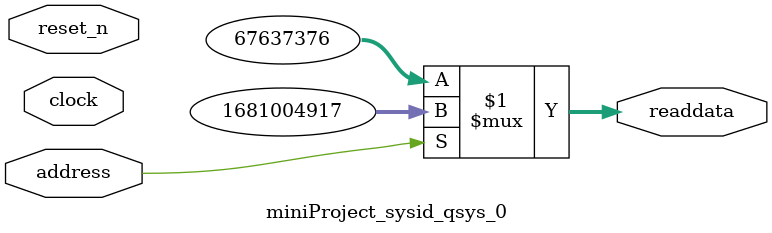
<source format=v>



// synthesis translate_off
`timescale 1ns / 1ps
// synthesis translate_on

// turn off superfluous verilog processor warnings 
// altera message_level Level1 
// altera message_off 10034 10035 10036 10037 10230 10240 10030 

module miniProject_sysid_qsys_0 (
               // inputs:
                address,
                clock,
                reset_n,

               // outputs:
                readdata
             )
;

  output  [ 31: 0] readdata;
  input            address;
  input            clock;
  input            reset_n;

  wire    [ 31: 0] readdata;
  //control_slave, which is an e_avalon_slave
  assign readdata = address ? 1681004917 : 67637376;

endmodule



</source>
